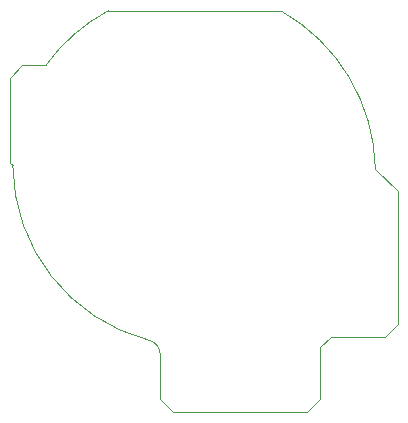
<source format=gbr>
%TF.GenerationSoftware,KiCad,Pcbnew,7.0.5*%
%TF.CreationDate,2023-08-28T18:37:28-04:00*%
%TF.ProjectId,StickRight,53746963-6b52-4696-9768-742e6b696361,rev?*%
%TF.SameCoordinates,Original*%
%TF.FileFunction,Profile,NP*%
%FSLAX46Y46*%
G04 Gerber Fmt 4.6, Leading zero omitted, Abs format (unit mm)*
G04 Created by KiCad (PCBNEW 7.0.5) date 2023-08-28 18:37:28*
%MOMM*%
%LPD*%
G01*
G04 APERTURE LIST*
%TA.AperFunction,Profile*%
%ADD10C,0.120000*%
%TD*%
G04 APERTURE END LIST*
D10*
%TO.C,U1*%
X155467500Y-93633000D02*
X154367500Y-94733000D01*
X155467500Y-82433000D02*
X155467500Y-93633000D01*
X155467500Y-82433000D02*
X153567500Y-80533000D01*
X154367500Y-94733000D02*
X149767500Y-94733000D01*
X149767500Y-94733000D02*
X148867500Y-95633000D01*
X148867500Y-100033000D02*
X147767500Y-101133000D01*
X148867500Y-95633000D02*
X148867500Y-100033000D01*
X147767500Y-101133000D02*
X136467500Y-101133000D01*
X145561262Y-67144099D02*
X130967500Y-67133000D01*
X136467500Y-101133000D02*
X135367500Y-100033000D01*
X135367500Y-100033000D02*
X135353442Y-96285710D01*
X125662155Y-71772908D02*
X123667500Y-71772908D01*
X123667500Y-71772908D02*
X122667500Y-72833000D01*
X122667500Y-80033000D02*
X122867500Y-80233000D01*
X122667500Y-72833000D02*
X122667500Y-80033000D01*
X153567499Y-80533000D02*
G75*
G03*
X145561262Y-67144099I-15699999J-300000D01*
G01*
X135353438Y-96285710D02*
G75*
G03*
X134419298Y-95044786I-1258408J24760D01*
G01*
X122867501Y-80233000D02*
G75*
G03*
X134419298Y-95044785I15399999J100000D01*
G01*
X130967500Y-67133000D02*
G75*
G03*
X125662155Y-71772908I7300000J-13700000D01*
G01*
%TD*%
M02*

</source>
